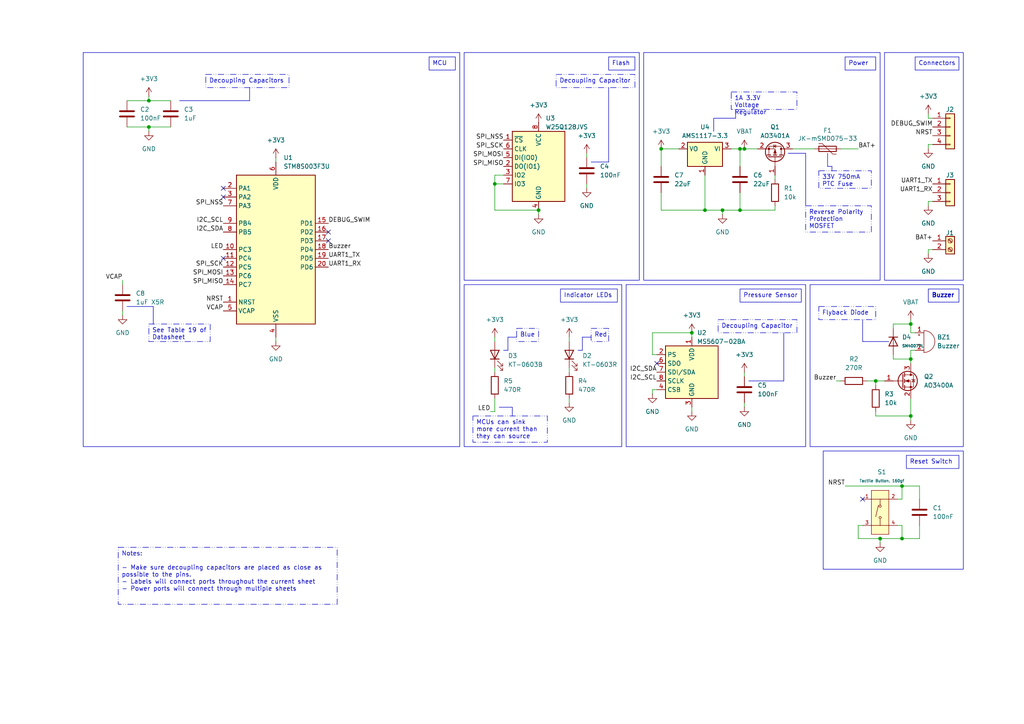
<source format=kicad_sch>
(kicad_sch (version 20231120) (generator "eeschema") (generator_version "8.0")
  (paper "A4")
  (title_block (title "Example Flight Computer") (date "2025-01-25") (rev "1.0") (company "StrathSEDS"))
  (lib_symbols
    (symbol "Connector:Screw_Terminal_01x02" (pin_names (offset 1.016) hide)
      (property "Reference" "J" (at 0 2.54 0))
      (property "Value" "Screw_Terminal_01x02" (at 0 -5.08 0))
      (symbol "Screw_Terminal_01x02_1_1"
        (rectangle (start -1.27 1.27) (end 1.27 -3.81) (stroke (width 0.254)) (fill (type background)))
        (circle (center 0 -2.54) (radius 0.635) (stroke (width 0.1524)))
        (polyline (pts (xy -0.5334 -2.2098) (xy 0.3302 -3.048)) (stroke (width 0.1524)))
        (polyline (pts (xy -0.5334 0.3302) (xy 0.3302 -0.508)) (stroke (width 0.1524)))
        (polyline (pts (xy -0.3556 -2.032) (xy 0.508 -2.8702)) (stroke (width 0.1524)))
        (polyline (pts (xy -0.3556 0.508) (xy 0.508 -0.3302)) (stroke (width 0.1524)))
        (circle (center 0 0) (radius 0.635) (stroke (width 0.1524)))
        (pin passive line (at -5.08 0 0) (length 3.81) (name "Pin_1") (number "1"))
        (pin passive line (at -5.08 -2.54 0) (length 3.81) (name "Pin_2") (number "2"))
      )
    )
    (symbol "Connector_Generic:Conn_01x03" (pin_names (offset 1.016) hide)
      (property "Reference" "J" (at 0 5.08 0))
      (property "Value" "Conn_01x03" (at 0 -5.08 0))
      (symbol "Conn_01x03_1_1"
        (rectangle (start -1.27 -2.413) (end 0 -2.667) (stroke (width 0.1524)))
        (rectangle (start -1.27 0.127) (end 0 -0.127) (stroke (width 0.1524)))
        (rectangle (start -1.27 2.667) (end 0 2.413) (stroke (width 0.1524)))
        (rectangle (start -1.27 3.81) (end 1.27 -3.81) (stroke (width 0.254)) (fill (type background)))
        (pin passive line (at -5.08 2.54 0) (length 3.81) (name "Pin_1") (number "1"))
        (pin passive line (at -5.08 0 0) (length 3.81) (name "Pin_2") (number "2"))
        (pin passive line (at -5.08 -2.54 0) (length 3.81) (name "Pin_3") (number "3"))
      )
    )
    (symbol "Connector_Generic:Conn_01x04" (pin_names (offset 1.016) hide)
      (property "Reference" "J" (at 0 5.08 0))
      (property "Value" "Conn_01x04" (at 0 -7.62 0))
      (symbol "Conn_01x04_1_1"
        (rectangle (start -1.27 -4.953) (end 0 -5.207) (stroke (width 0.1524)))
        (rectangle (start -1.27 -2.413) (end 0 -2.667) (stroke (width 0.1524)))
        (rectangle (start -1.27 0.127) (end 0 -0.127) (stroke (width 0.1524)))
        (rectangle (start -1.27 2.667) (end 0 2.413) (stroke (width 0.1524)))
        (rectangle (start -1.27 3.81) (end 1.27 -6.35) (stroke (width 0.254)) (fill (type background)))
        (pin passive line (at -5.08 2.54 0) (length 3.81) (name "Pin_1") (number "1"))
        (pin passive line (at -5.08 0 0) (length 3.81) (name "Pin_2") (number "2"))
        (pin passive line (at -5.08 -2.54 0) (length 3.81) (name "Pin_3") (number "3"))
        (pin passive line (at -5.08 -5.08 0) (length 3.81) (name "Pin_4") (number "4"))
      )
    )
    (symbol "Device:Buzzer" (pin_names (offset 0.0254) hide)
      (property "Reference" "BZ" (at 3.81 1.27 0))
      (property "Value" "Buzzer" (at 3.81 -1.27 0))
      (symbol "Buzzer_0_1"
        (arc (start 0 -3.175) (mid 3.1612 0) (end 0 3.175))
        (polyline (pts (xy -1.651 1.905) (xy -1.143 1.905)))
        (polyline (pts (xy -1.397 2.159) (xy -1.397 1.651)))
        (polyline (pts (xy 0 3.175) (xy 0 -3.175)))
      )
      (symbol "Buzzer_1_1"
        (pin passive line (at -2.54 2.54 0) (length 2.54) (name "+") (number "1"))
        (pin passive line (at -2.54 -2.54 0) (length 2.54) (name "-") (number "2"))
      )
    )
    (symbol "Device:C" (pin_numbers hide) (pin_names (offset 0.254))
      (property "Reference" "C" (at 0.635 2.54 0))
      (property "Value" "C" (at 0.635 -2.54 0))
      (symbol "C_0_1"
        (polyline (pts (xy -2.032 -0.762) (xy 2.032 -0.762)) (stroke (width 0.508)))
        (polyline (pts (xy -2.032 0.762) (xy 2.032 0.762)) (stroke (width 0.508)))
      )
      (symbol "C_1_1"
        (pin passive line (at 0 3.81 270) (length 2.794) (name "~") (number "1"))
        (pin passive line (at 0 -3.81 90) (length 2.794) (name "~") (number "2"))
      )
    )
    (symbol "Device:LED" (pin_numbers hide) (pin_names (offset 1.016) hide)
      (property "Reference" "D" (at 0 2.54 0))
      (property "Value" "LED" (at 0 -2.54 0))
      (symbol "LED_0_1"
        (polyline (pts (xy -1.27 -1.27) (xy -1.27 1.27)) (stroke (width 0.254)))
        (polyline (pts (xy -1.27 0) (xy 1.27 0)))
        (polyline (pts (xy 1.27 -1.27) (xy 1.27 1.27) (xy -1.27 0) (xy 1.27 -1.27)) (stroke (width 0.254)))
        (polyline (pts (xy -3.048 -0.762) (xy -4.572 -2.286) (xy -3.81 -2.286) (xy -4.572 -2.286) (xy -4.572 -1.524)))
        (polyline (pts (xy -1.778 -0.762) (xy -3.302 -2.286) (xy -2.54 -2.286) (xy -3.302 -2.286) (xy -3.302 -1.524)))
      )
      (symbol "LED_1_1"
        (pin passive line (at -3.81 0 0) (length 2.54) (name "K") (number "1"))
        (pin passive line (at 3.81 0 180) (length 2.54) (name "A") (number "2"))
      )
    )
    (symbol "Device:Polyfuse" (pin_numbers hide) (pin_names (offset 0))
      (property "Reference" "F" (at -2.54 0 90))
      (property "Value" "Polyfuse" (at 2.54 0 90))
      (symbol "Polyfuse_0_1"
        (rectangle (start -0.762 2.54) (end 0.762 -2.54) (stroke (width 0.254)))
        (polyline (pts (xy 0 2.54) (xy 0 -2.54)))
        (polyline (pts (xy -1.524 2.54) (xy -1.524 1.524) (xy 1.524 -1.524) (xy 1.524 -2.54)))
      )
      (symbol "Polyfuse_1_1"
        (pin passive line (at 0 3.81 270) (length 1.27) (name "~") (number "1"))
        (pin passive line (at 0 -3.81 90) (length 1.27) (name "~") (number "2"))
      )
    )
    (symbol "Device:R" (pin_numbers hide) (pin_names (offset 0))
      (property "Reference" "R" (at 2.032 0 90))
      (property "Value" "R" (at 0 0 90))
      (symbol "R_0_1"
        (rectangle (start -1.016 -2.54) (end 1.016 2.54) (stroke (width 0.254)))
      )
      (symbol "R_1_1"
        (pin passive line (at 0 3.81 270) (length 1.27) (name "~") (number "1"))
        (pin passive line (at 0 -3.81 90) (length 1.27) (name "~") (number "2"))
      )
    )
    (symbol "MCU_ST_STM8:STM8S003F3U"
      (property "Reference" "U" (at 1.27 25.4 0))
      (property "Value" "STM8S003F3U" (at 1.27 22.86 0))
      (symbol "STM8S003F3U_0_1"
        (rectangle (start -11.43 21.59) (end 11.43 -21.59) (stroke (width 0.254)) (fill (type background)))
      )
      (symbol "STM8S003F3U_1_1"
        (pin input line (at -15.24 -15.24 0) (length 3.81) (name "NRST") (number "1"))
        (pin bidirectional line (at -15.24 0 0) (length 3.81) (name "PC3") (number "10"))
        (pin bidirectional line (at -15.24 -2.54 0) (length 3.81) (name "PC4") (number "11"))
        (pin bidirectional line (at -15.24 -5.08 0) (length 3.81) (name "PC5") (number "12"))
        (pin bidirectional line (at -15.24 -7.62 0) (length 3.81) (name "PC6") (number "13"))
        (pin bidirectional line (at -15.24 -10.16 0) (length 3.81) (name "PC7") (number "14"))
        (pin bidirectional line (at 15.24 7.62 180) (length 3.81) (name "PD1") (number "15"))
        (pin bidirectional line (at 15.24 5.08 180) (length 3.81) (name "PD2") (number "16"))
        (pin bidirectional line (at 15.24 2.54 180) (length 3.81) (name "PD3") (number "17"))
        (pin bidirectional line (at 15.24 0 180) (length 3.81) (name "PD4") (number "18"))
        (pin bidirectional line (at 15.24 -2.54 180) (length 3.81) (name "PD5") (number "19"))
        (pin bidirectional line (at -15.24 17.78 0) (length 3.81) (name "PA1") (number "2"))
        (pin bidirectional line (at 15.24 -5.08 180) (length 3.81) (name "PD6") (number "20"))
        (pin bidirectional line (at -15.24 15.24 0) (length 3.81) (name "PA2") (number "3"))
        (pin power_in line (at 0 -25.4 90) (length 3.81) (name "VSS") (number "4"))
        (pin passive line (at -15.24 -17.78 0) (length 3.81) (name "VCAP") (number "5"))
        (pin power_in line (at 0 25.4 270) (length 3.81) (name "VDD") (number "6"))
        (pin bidirectional line (at -15.24 12.7 0) (length 3.81) (name "PA3") (number "7"))
        (pin bidirectional line (at -15.24 5.08 0) (length 3.81) (name "PB5") (number "8"))
        (pin bidirectional line (at -15.24 7.62 0) (length 3.81) (name "PB4") (number "9"))
      )
    )
    (symbol "Memory_Flash:W25Q128JVS"
      (property "Reference" "U" (at -6.35 11.43 0))
      (property "Value" "W25Q128JVS" (at 7.62 11.43 0))
      (symbol "W25Q128JVS_0_1"
        (rectangle (start -7.62 10.16) (end 7.62 -10.16) (stroke (width 0.254)) (fill (type background)))
      )
      (symbol "W25Q128JVS_1_1"
        (pin input line (at -10.16 7.62 0) (length 2.54) (name "~{CS}") (number "1"))
        (pin bidirectional line (at -10.16 0 0) (length 2.54) (name "DO(IO1)") (number "2"))
        (pin bidirectional line (at -10.16 -2.54 0) (length 2.54) (name "IO2") (number "3"))
        (pin power_in line (at 0 -12.7 90) (length 2.54) (name "GND") (number "4"))
        (pin bidirectional line (at -10.16 2.54 0) (length 2.54) (name "DI(IO0)") (number "5"))
        (pin input line (at -10.16 5.08 0) (length 2.54) (name "CLK") (number "6"))
        (pin bidirectional line (at -10.16 -5.08 0) (length 2.54) (name "IO3") (number "7"))
        (pin power_in line (at 0 12.7 270) (length 2.54) (name "VCC") (number "8"))
      )
    )
    (symbol "PCM_JLCPCB-Connectors_Buttons:Tactile Button, 160gf" (pin_names hide)
      (property "Reference" "S" (at 0 1.27 0))
      (property "Value" "Tactile Button, 160gf" (at 0 -8.89 0))
      (symbol "Tactile Button, 160gf_0_1"
        (circle (center 0 -2.794) (radius 0.3175) (fill (type background)))
        (polyline (pts (xy -2.54 -5.08) (xy 2.54 -5.08)))
        (polyline (pts (xy -2.54 2.54) (xy 2.54 2.54)))
        (polyline (pts (xy -0.508 0.762) (xy -1.27 -2.54)))
        (polyline (pts (xy 0 -3.302) (xy 0 -5.08)))
        (polyline (pts (xy 0 0.762) (xy 0 2.54)))
        (circle (center 0 0.508) (radius 0.3175) (fill (type background)))
        (pin unspecified line (at -5.08 2.54 0) (length 2.54) (name "A") (number "1"))
        (pin unspecified line (at 5.08 2.54 180) (length 2.54) (name "B") (number "2"))
        (pin unspecified line (at -5.08 -5.08 0) (length 2.54) (name "C") (number "3"))
        (pin unspecified line (at 5.08 -5.08 180) (length 2.54) (name "D") (number "4"))
      )
      (symbol "Tactile Button, 160gf_1_1"
        (rectangle (start -2.54 5.08) (end 2.54 -7.62) (fill (type background)))
      )
    )
    (symbol "PCM_JLCPCB-Diodes:General,SM4007PL" (pin_numbers hide) (pin_names (offset 0))
      (property "Reference" "D" (at 2.032 0.834 0))
      (property "Value" "SM4007PL" (at 2.032 -1.2122 0))
      (symbol "General,SM4007PL_0_1"
        (polyline (pts (xy -1.27 -1.27) (xy 1.27 -1.27)) (stroke (width 0.254)))
        (polyline (pts (xy -1.27 1.27) (xy 0 -1.27) (xy 1.27 1.27) (xy -1.27 1.27)) (stroke (width 0.254)))
      )
      (symbol "General,SM4007PL_1_1"
        (pin passive line (at 0 -3.81 90) (length 3.81) (name "~") (number "1"))
        (pin passive line (at 0 3.81 270) (length 3.81) (name "~") (number "2"))
      )
    )
    (symbol "Regulator_Linear:AMS1117-3.3"
      (property "Reference" "U" (at -3.81 3.175 0))
      (property "Value" "AMS1117-3.3" (at 0 3.175 0))
      (symbol "AMS1117-3.3_0_1"
        (rectangle (start -5.08 -5.08) (end 5.08 1.905) (stroke (width 0.254)) (fill (type background)))
      )
      (symbol "AMS1117-3.3_1_1"
        (pin power_in line (at 0 -7.62 90) (length 2.54) (name "GND") (number "1"))
        (pin power_out line (at 7.62 0 180) (length 2.54) (name "VO") (number "2"))
        (pin power_in line (at -7.62 0 0) (length 2.54) (name "VI") (number "3"))
      )
    )
    (symbol "Sensor_Pressure:MS5607-02BA"
      (property "Reference" "U" (at -6.35 8.89 0))
      (property "Value" "MS5607-02BA" (at 7.62 8.89 0))
      (symbol "MS5607-02BA_0_1"
        (rectangle (start -7.62 7.62) (end 7.62 -7.62) (stroke (width 0.254)) (fill (type background)))
      )
      (symbol "MS5607-02BA_1_1"
        (pin power_in line (at 0 10.16 270) (length 2.54) (name "VDD") (number "1"))
        (pin input line (at -10.16 5.08 0) (length 2.54) (name "PS") (number "2"))
        (pin power_in line (at 0 -10.16 90) (length 2.54) (name "GND") (number "3"))
        (pin input line (at -10.16 -5.08 0) (length 2.54) (name "CSB") (number "4"))
        (pin input line (at -10.16 -5.08 0) (length 2.54) hide (name "CSB") (number "5"))
        (pin output line (at -10.16 2.54 0) (length 2.54) (name "SDO") (number "6"))
        (pin bidirectional line (at -10.16 0 0) (length 2.54) (name "SDI/SDA") (number "7"))
        (pin input line (at -10.16 -2.54 0) (length 2.54) (name "SCLK") (number "8"))
      )
    )
    (symbol "Transistor_FET:AO3400A" (pin_names hide)
      (property "Reference" "Q" (at 5.08 1.905 0))
      (property "Value" "AO3400A" (at 5.08 0 0))
      (symbol "AO3400A_0_1"
        (polyline (pts (xy 0.254 0) (xy -2.54 0)))
        (polyline (pts (xy 0.254 1.905) (xy 0.254 -1.905)) (stroke (width 0.254)))
        (polyline (pts (xy 0.762 -1.27) (xy 0.762 -2.286)) (stroke (width 0.254)))
        (polyline (pts (xy 0.762 0.508) (xy 0.762 -0.508)) (stroke (width 0.254)))
        (polyline (pts (xy 0.762 2.286) (xy 0.762 1.27)) (stroke (width 0.254)))
        (polyline (pts (xy 2.54 2.54) (xy 2.54 1.778)))
        (polyline (pts (xy 2.54 -2.54) (xy 2.54 0) (xy 0.762 0)))
        (polyline (pts (xy 0.762 -1.778) (xy 3.302 -1.778) (xy 3.302 1.778) (xy 0.762 1.778)))
        (polyline (pts (xy 1.016 0) (xy 2.032 0.381) (xy 2.032 -0.381) (xy 1.016 0)) (fill (type outline)))
        (polyline (pts (xy 2.794 0.508) (xy 2.921 0.381) (xy 3.683 0.381) (xy 3.81 0.254)))
        (polyline (pts (xy 3.302 0.381) (xy 2.921 -0.254) (xy 3.683 -0.254) (xy 3.302 0.381)))
        (circle (center 1.651 0) (radius 2.794) (stroke (width 0.254)))
        (circle (center 2.54 -1.778) (radius 0.254) (fill (type outline)))
        (circle (center 2.54 1.778) (radius 0.254) (fill (type outline)))
      )
      (symbol "AO3400A_1_1"
        (pin input line (at -5.08 0 0) (length 2.54) (name "G") (number "1"))
        (pin passive line (at 2.54 -5.08 90) (length 2.54) (name "S") (number "2"))
        (pin passive line (at 2.54 5.08 270) (length 2.54) (name "D") (number "3"))
      )
    )
    (symbol "Transistor_FET:AO3401A" (pin_names hide)
      (property "Reference" "Q" (at 5.08 1.905 0))
      (property "Value" "AO3401A" (at 5.08 0 0))
      (symbol "AO3401A_0_1"
        (polyline (pts (xy 0.254 0) (xy -2.54 0)))
        (polyline (pts (xy 0.254 1.905) (xy 0.254 -1.905)) (stroke (width 0.254)))
        (polyline (pts (xy 0.762 -1.27) (xy 0.762 -2.286)) (stroke (width 0.254)))
        (polyline (pts (xy 0.762 0.508) (xy 0.762 -0.508)) (stroke (width 0.254)))
        (polyline (pts (xy 0.762 2.286) (xy 0.762 1.27)) (stroke (width 0.254)))
        (polyline (pts (xy 2.54 2.54) (xy 2.54 1.778)))
        (polyline (pts (xy 2.54 -2.54) (xy 2.54 0) (xy 0.762 0)))
        (polyline (pts (xy 0.762 1.778) (xy 3.302 1.778) (xy 3.302 -1.778) (xy 0.762 -1.778)))
        (polyline (pts (xy 2.286 0) (xy 1.27 0.381) (xy 1.27 -0.381) (xy 2.286 0)) (fill (type outline)))
        (polyline (pts (xy 2.794 -0.508) (xy 2.921 -0.381) (xy 3.683 -0.381) (xy 3.81 -0.254)))
        (polyline (pts (xy 3.302 -0.381) (xy 2.921 0.254) (xy 3.683 0.254) (xy 3.302 -0.381)))
        (circle (center 1.651 0) (radius 2.794) (stroke (width 0.254)))
        (circle (center 2.54 -1.778) (radius 0.254) (fill (type outline)))
        (circle (center 2.54 1.778) (radius 0.254) (fill (type outline)))
      )
      (symbol "AO3401A_1_1"
        (pin input line (at -5.08 0 0) (length 2.54) (name "G") (number "1"))
        (pin passive line (at 2.54 -5.08 90) (length 2.54) (name "S") (number "2"))
        (pin passive line (at 2.54 5.08 270) (length 2.54) (name "D") (number "3"))
      )
    )
    (symbol "power:+3V3" (power) (pin_numbers hide) (pin_names (offset 0) hide)
      (property "Value" "+3V3" (at 0 3.556 0))
      (symbol "+3V3_0_1"
        (polyline (pts (xy -0.762 1.27) (xy 0 2.54)))
        (polyline (pts (xy 0 0) (xy 0 2.54)))
        (polyline (pts (xy 0 2.54) (xy 0.762 1.27)))
      )
      (symbol "+3V3_1_1"
        (pin power_in line (at 0 0 90) (length 0) (name "~") (number "1"))
      )
    )
    (symbol "power:GND" (power) (pin_numbers hide) (pin_names (offset 0) hide)
      (property "Value" "GND" (at 0 -3.81 0))
      (symbol "GND_0_1"
        (polyline (pts (xy 0 0) (xy 0 -1.27) (xy 1.27 -1.27) (xy 0 -2.54) (xy -1.27 -1.27) (xy 0 -1.27)))
      )
      (symbol "GND_1_1"
        (pin power_in line (at 0 0 270) (length 0) (name "~") (number "1"))
      )
    )
    (symbol "power:VCC" (power) (pin_numbers hide) (pin_names (offset 0) hide)
      (property "Value" "VCC" (at 0 3.556 0))
      (symbol "VCC_0_1"
        (polyline (pts (xy -0.762 1.27) (xy 0 2.54)))
        (polyline (pts (xy 0 0) (xy 0 2.54)))
        (polyline (pts (xy 0 2.54) (xy 0.762 1.27)))
      )
      (symbol "VCC_1_1"
        (pin power_in line (at 0 0 90) (length 0) (name "~") (number "1"))
      )
    )
  )
  (junction (at 43.18 36.83))
  (junction (at 255.27 156.21))
  (junction (at 214.63 60.96))
  (junction (at 264.16 104.14))
  (junction (at 204.47 60.96))
  (junction (at 200.66 96.52))
  (junction (at 261.62 156.21))
  (junction (at 191.77 43.18))
  (junction (at 261.62 140.97))
  (junction (at 209.55 60.96))
  (junction (at 264.16 120.65))
  (junction (at 264.16 93.98))
  (junction (at 215.9 43.18))
  (junction (at 214.63 43.18))
  (junction (at 156.21 60.96))
  (junction (at 143.51 53.34))
  (junction (at 254 110.49))
  (junction (at 43.18 29.21))
  (no_connect (at 95.25 67.31))
  (no_connect (at 190.5 105.41))
  (no_connect (at 64.77 57.15))
  (no_connect (at 64.77 74.93))
  (no_connect (at 64.77 54.61))
  (no_connect (at 95.25 69.85))
  (no_connect (at 250.19 144.78))
  (wire (pts (xy 36.83 36.83) (xy 43.18 36.83)))
  (wire (pts (xy 242.57 110.49) (xy 243.84 110.49)))
  (wire (pts (xy 35.56 91.44) (xy 35.56 90.17)))
  (polyline (pts (xy 207.01 34.29) (xy 207.01 38.1)))
  (wire (pts (xy 261.62 144.78) (xy 261.62 140.97)))
  (wire (pts (xy 43.18 29.21) (xy 49.53 29.21)))
  (polyline (pts (xy 149.86 97.79) (xy 147.32 97.79)))
  (wire (pts (xy 143.51 119.38) (xy 142.24 119.38)))
  (wire (pts (xy 143.51 115.57) (xy 143.51 119.38)))
  (wire (pts (xy 269.24 34.29) (xy 269.24 33.02)))
  (wire (pts (xy 255.27 156.21) (xy 261.62 156.21)))
  (wire (pts (xy 190.5 113.03) (xy 189.23 113.03)))
  (wire (pts (xy 43.18 36.83) (xy 43.18 38.1)))
  (wire (pts (xy 209.55 62.23) (xy 209.55 60.96)))
  (wire (pts (xy 270.51 58.42) (xy 269.24 58.42)))
  (polyline (pts (xy 171.45 97.79) (xy 168.91 97.79)))
  (wire (pts (xy 261.62 156.21) (xy 266.7 156.21)))
  (polyline (pts (xy 176.53 25.4) (xy 176.53 46.99)))
  (wire (pts (xy 248.92 152.4) (xy 250.19 152.4)))
  (polyline (pts (xy 52.07 29.21) (xy 72.39 29.21)))
  (wire (pts (xy 36.83 29.21) (xy 43.18 29.21)))
  (polyline (pts (xy 213.36 31.75) (xy 213.36 34.29)))
  (wire (pts (xy 261.62 156.21) (xy 261.62 152.4)))
  (polyline (pts (xy 147.32 97.79) (xy 147.32 101.6)))
  (wire (pts (xy 196.85 43.18) (xy 191.77 43.18)))
  (wire (pts (xy 245.11 140.97) (xy 261.62 140.97)))
  (wire (pts (xy 255.27 156.21) (xy 255.27 157.48)))
  (wire (pts (xy 191.77 55.88) (xy 191.77 60.96)))
  (wire (pts (xy 269.24 73.66) (xy 269.24 72.39)))
  (wire (pts (xy 143.51 60.96) (xy 156.21 60.96)))
  (wire (pts (xy 165.1 97.79) (xy 165.1 99.06)))
  (wire (pts (xy 215.9 107.95) (xy 215.9 109.22)))
  (wire (pts (xy 146.05 53.34) (xy 143.51 53.34)))
  (wire (pts (xy 248.92 152.4) (xy 248.92 156.21)))
  (wire (pts (xy 259.08 93.98) (xy 259.08 95.25)))
  (wire (pts (xy 264.16 96.52) (xy 265.43 96.52)))
  (wire (pts (xy 189.23 102.87) (xy 189.23 96.52)))
  (wire (pts (xy 191.77 43.18) (xy 191.77 48.26)))
  (polyline (pts (xy 228.6 44.45) (xy 233.68 44.45)))
  (wire (pts (xy 261.62 140.97) (xy 266.7 140.97)))
  (wire (pts (xy 270.51 34.29) (xy 269.24 34.29)))
  (polyline (pts (xy 146.05 101.6) (xy 147.32 101.6)))
  (polyline (pts (xy 241.3 48.26) (xy 241.3 49.53)))
  (wire (pts (xy 143.51 50.8) (xy 143.51 53.34)))
  (wire (pts (xy 80.01 97.79) (xy 80.01 99.06)))
  (wire (pts (xy 143.51 97.79) (xy 143.51 99.06)))
  (wire (pts (xy 224.79 50.8) (xy 224.79 52.07)))
  (polyline (pts (xy 168.91 97.79) (xy 168.91 101.6)))
  (wire (pts (xy 269.24 58.42) (xy 269.24 59.69)))
  (polyline (pts (xy 148.59 118.11) (xy 148.59 120.65)))
  (polyline (pts (xy 72.39 25.4) (xy 72.39 29.21)))
  (wire (pts (xy 214.63 60.96) (xy 224.79 60.96)))
  (wire (pts (xy 80.01 45.72) (xy 80.01 46.99)))
  (wire (pts (xy 190.5 102.87) (xy 189.23 102.87)))
  (wire (pts (xy 165.1 115.57) (xy 165.1 116.84)))
  (wire (pts (xy 261.62 144.78) (xy 260.35 144.78)))
  (polyline (pts (xy 233.68 44.45) (xy 233.68 59.69)))
  (wire (pts (xy 43.18 27.94) (xy 43.18 29.21)))
  (wire (pts (xy 143.51 53.34) (xy 143.51 60.96)))
  (wire (pts (xy 264.16 92.71) (xy 264.16 93.98)))
  (wire (pts (xy 191.77 60.96) (xy 204.47 60.96)))
  (wire (pts (xy 170.18 53.34) (xy 170.18 54.61)))
  (polyline (pts (xy 250.19 92.71) (xy 250.19 99.06)))
  (polyline (pts (xy 36.83 88.9) (xy 44.45 88.9)))
  (wire (pts (xy 254 119.38) (xy 254 120.65)))
  (wire (pts (xy 215.9 116.84) (xy 215.9 118.11)))
  (wire (pts (xy 214.63 48.26) (xy 214.63 43.18)))
  (wire (pts (xy 146.05 50.8) (xy 143.51 50.8)))
  (wire (pts (xy 265.43 101.6) (xy 264.16 101.6)))
  (wire (pts (xy 215.9 43.18) (xy 219.71 43.18)))
  (wire (pts (xy 156.21 60.96) (xy 156.21 62.23)))
  (wire (pts (xy 229.87 43.18) (xy 236.22 43.18)))
  (wire (pts (xy 224.79 60.96) (xy 224.79 59.69)))
  (wire (pts (xy 269.24 72.39) (xy 270.51 72.39)))
  (wire (pts (xy 212.09 43.18) (xy 214.63 43.18)))
  (wire (pts (xy 264.16 120.65) (xy 264.16 121.92)))
  (wire (pts (xy 43.18 36.83) (xy 49.53 36.83)))
  (wire (pts (xy 189.23 96.52) (xy 200.66 96.52)))
  (wire (pts (xy 165.1 106.68) (xy 165.1 107.95)))
  (wire (pts (xy 264.16 104.14) (xy 264.16 105.41)))
  (wire (pts (xy 266.7 140.97) (xy 266.7 144.78)))
  (polyline (pts (xy 213.36 34.29) (xy 207.01 34.29)))
  (wire (pts (xy 261.62 152.4) (xy 260.35 152.4)))
  (wire (pts (xy 254 120.65) (xy 264.16 120.65)))
  (wire (pts (xy 209.55 60.96) (xy 214.63 60.96)))
  (polyline (pts (xy 250.19 99.06) (xy 257.81 99.06)))
  (wire (pts (xy 254 110.49) (xy 254 111.76)))
  (wire (pts (xy 259.08 104.14) (xy 259.08 102.87)))
  (wire (pts (xy 259.08 93.98) (xy 264.16 93.98)))
  (wire (pts (xy 269.24 41.91) (xy 269.24 43.18)))
  (wire (pts (xy 204.47 60.96) (xy 209.55 60.96)))
  (wire (pts (xy 189.23 113.03) (xy 189.23 114.3)))
  (polyline (pts (xy 217.17 110.49) (xy 227.33 110.49)))
  (wire (pts (xy 251.46 110.49) (xy 254 110.49)))
  (wire (pts (xy 266.7 156.21) (xy 266.7 152.4)))
  (wire (pts (xy 264.16 93.98) (xy 264.16 96.52)))
  (wire (pts (xy 270.51 41.91) (xy 269.24 41.91)))
  (wire (pts (xy 248.92 156.21) (xy 255.27 156.21)))
  (wire (pts (xy 170.18 44.45) (xy 170.18 45.72)))
  (polyline (pts (xy 240.03 44.45) (xy 240.03 48.26)))
  (wire (pts (xy 243.84 43.18) (xy 248.92 43.18)))
  (polyline (pts (xy 227.33 96.52) (xy 227.33 110.49)))
  (polyline (pts (xy 44.45 93.98) (xy 44.45 88.9)))
  (wire (pts (xy 264.16 115.57) (xy 264.16 120.65)))
  (wire (pts (xy 264.16 101.6) (xy 264.16 104.14)))
  (wire (pts (xy 35.56 81.28) (xy 35.56 82.55)))
  (polyline (pts (xy 144.78 118.11) (xy 148.59 118.11)))
  (polyline (pts (xy 240.03 48.26) (xy 241.3 48.26)))
  (wire (pts (xy 259.08 104.14) (xy 264.16 104.14)))
  (polyline (pts (xy 167.64 101.6) (xy 168.91 101.6)))
  (wire (pts (xy 254 110.49) (xy 256.54 110.49)))
  (wire (pts (xy 214.63 43.18) (xy 215.9 43.18)))
  (wire (pts (xy 200.66 119.38) (xy 200.66 118.11)))
  (wire (pts (xy 204.47 50.8) (xy 204.47 60.96)))
  (wire (pts (xy 214.63 55.88) (xy 214.63 60.96)))
  (polyline (pts (xy 171.45 46.99) (xy 176.53 46.99)))
  (wire (pts (xy 143.51 106.68) (xy 143.51 107.95)))
  (wire (pts (xy 200.66 96.52) (xy 200.66 97.79)))
  (rectangle (start 181.61 82.55) (end 233.68 129.54))
  (rectangle (start 234.95 82.55) (end 279.4 129.54))
  (rectangle (start 24.13 15.24) (end 133.35 129.54))
  (rectangle (start 134.62 82.55) (end 180.34 129.54))
  (rectangle (start 238.76 130.81) (end 279.4 165.1))
  (rectangle (start 256.54 15.24) (end 279.4 81.28))
  (rectangle (start 134.62 15.24) (end 185.42 81.28))
  (rectangle (start 186.69 15.24) (end 255.27 81.28))
  (text_box "MCUs can sink more current than they can source" (at 137.16 120.65 0) (size 21.59 7.62) (stroke (width 0) (type dash_dot_dot)) (effects (font (size 1.27 1.27)) (justify left top)))
  (text_box "Decoupling Capacitors" (at 59.69 21.59 0) (size 24.13 3.81) (stroke (width 0) (type dash_dot_dot)) (effects (font (size 1.27 1.27)) (justify left top)))
  (text_box "1A 3.3V\nVoltage Regulator\n" (at 212.09 26.67 0) (size 19.05 5.08) (stroke (width 0) (type dash_dot_dot)) (effects (font (size 1.27 1.27)) (justify left top)))
  (text_box "Reset Switch" (at 262.89 132.08 0) (size 15.24 3.81) (effects (font (size 1.27 1.27)) (justify left top)))
  (text_box "Indicator LEDs" (at 162.56 83.82 0) (size 16.51 3.81) (effects (font (size 1.27 1.27)) (justify left top)))
  (text_box "Reverse Polarity Protection MOSFET\n\n" (at 233.68 59.69 0) (size 19.05 7.62) (stroke (width 0) (type dash_dot_dot)) (effects (font (size 1.27 1.27)) (justify left top)))
  (text_box "Buzzer\n" (at 269.24 83.82 0) (size 8.89 3.81) (effects (font (size 1.27 1.27) (thickness 0.254) (bold yes)) (justify left top)))
  (text_box "Notes:\n\n- Make sure decoupling capacitors are placed as close as possible to the pins.\n- Labels will connect ports throughout the current sheet\n- Power ports will connect through multiple sheets" (at 34.29 158.75 0) (size 63.5 16.51) (stroke (width 0) (type dash_dot_dot)) (effects (font (size 1.27 1.27)) (justify left top)))
  (text_box "See Table 19 of Datasheet" (at 43.18 93.98 0) (size 17.78 5.08) (stroke (width 0) (type dash_dot_dot)) (effects (font (size 1.27 1.27)) (justify left top)))
  (text_box "Power\n" (at 245.11 16.51 0) (size 8.89 3.81) (effects (font (size 1.27 1.27)) (justify left top)))
  (text_box "Connectors\n\n" (at 265.43 16.51 0) (size 12.7 3.81) (effects (font (size 1.27 1.27)) (justify left top)))
  (text_box "33V 750mA\nPTC Fuse\n" (at 237.49 49.53 0) (size 15.24 5.08) (stroke (width 0) (type dash_dot_dot)) (effects (font (size 1.27 1.27)) (justify left top)))
  (text_box "Blue\n" (at 149.86 95.25 0) (size 6.35 3.81) (stroke (width 0) (type dash_dot_dot)) (effects (font (size 1.27 1.27)) (justify left top)))
  (text_box "MCU\n" (at 124.46 16.51 0) (size 7.62 3.81) (effects (font (size 1.27 1.27)) (justify left top)))
  (text_box "Flash\n" (at 176.53 16.51 0) (size 7.62 3.81) (effects (font (size 1.27 1.27)) (justify left top)))
  (text_box "Decoupling Capacitor" (at 208.28 92.71 0) (size 22.86 3.81) (stroke (width 0) (type dash_dot_dot)) (effects (font (size 1.27 1.27)) (justify left top)))
  (text_box "Pressure Sensor\n" (at 214.63 83.82 0) (size 17.78 3.81) (effects (font (size 1.27 1.27)) (justify left top)))
  (text_box "Decoupling Capacitor" (at 161.29 21.59 0) (size 22.86 3.81) (stroke (width 0) (type dash_dot_dot)) (effects (font (size 1.27 1.27)) (justify left top)))
  (text_box "Flyback Diode\n" (at 237.49 88.9 0) (size 16.51 3.81) (stroke (width 0) (type dash_dot_dot)) (effects (font (size 1.27 1.27)) (justify left top)))
  (text_box "Red\n" (at 171.45 95.25 0) (size 5.08 3.81) (stroke (width 0) (type dash_dot_dot)) (effects (font (size 1.27 1.27)) (justify left top)))
  (label "SPI_NSS" (at 64.77 59.69 180))
  (label "LED" (at 64.77 72.39 180))
  (label "I2C_SCL" (at 190.5 110.49 180))
  (label "I2C_SDA" (at 190.5 107.95 180))
  (label "VCAP" (at 64.77 90.17 180))
  (label "DEBUG_SWIM" (at 270.51 36.83 180))
  (label "SPI_NSS" (at 146.05 40.64 180))
  (label "SPI_MISO" (at 64.77 82.55 180))
  (label "LED" (at 142.24 119.38 180))
  (label "Buzzer" (at 95.25 72.39 0))
  (label "BAT+" (at 248.92 43.18 0))
  (label "UART1_TX" (at 95.25 74.93 0))
  (label "SPI_SCK" (at 146.05 43.18 180))
  (label "UART1_TX" (at 270.51 53.34 180))
  (label "I2C_SCL" (at 64.77 64.77 180))
  (label "SPI_MISO" (at 146.05 48.26 180))
  (label "NRST" (at 245.11 140.97 180))
  (label "SPI_MOSI" (at 64.77 80.01 180))
  (label "Buzzer" (at 242.57 110.49 180))
  (label "I2C_SDA" (at 64.77 67.31 180))
  (label "UART1_RX" (at 270.51 55.88 180))
  (label "BAT+" (at 270.51 69.85 180))
  (label "VCAP" (at 35.56 81.28 180))
  (label "NRST" (at 64.77 87.63 180))
  (label "SPI_MOSI" (at 146.05 45.72 180))
  (label "NRST" (at 270.51 39.37 180))
  (label "DEBUG_SWIM" (at 95.25 64.77 0))
  (label "UART1_RX" (at 95.25 77.47 0))
  (label "SPI_SCK" (at 64.77 77.47 180))
  (symbol (lib_id "power:GND") (at 269.24 59.69 0) (mirror y) (unit 1)
    (property "Reference" "#PWR011" (effects (hide yes)))
    (property "Value" "GND" (at 269.24 64.77 0))
    (property "Description" "Power symbol creates a global label with name \"GND\" , ground" (effects (hide yes)))
  )
  (symbol (lib_id "Device:R") (at 254 115.57 180) (unit 1)
    (property "Reference" "R3" (at 256.54 114.2999 0) (effects (justify right)))
    (property "Value" "10k" (at 256.54 116.8399 0) (effects (justify right)))
    (property "Footprint" "Resistor_SMD:R_0603_1608Metric" (effects (hide yes)))
    (property "Description" "Resistor" (effects (hide yes)))
  )
  (symbol (lib_id "Transistor_FET:AO3400A") (at 261.62 110.49 0) (unit 1)
    (property "Reference" "Q2" (at 267.97 109.2199 0) (effects (justify left)))
    (property "Value" "AO3400A" (at 267.97 111.7599 0) (effects (justify left)))
    (property "Footprint" "Package_TO_SOT_SMD:SOT-23" (effects (hide yes)))
    (property "Datasheet" "http://www.aosmd.com/pdfs/datasheet/AO3400A.pdf" (effects (hide yes)))
    (property "Description" "30V Vds, 5.7A Id, N-Channel MOSFET, SOT-23" (effects (hide yes)))
  )
  (symbol (lib_id "PCM_JLCPCB-Diodes:General,SM4007PL") (at 259.08 99.06 180) (unit 1)
    (property "Reference" "D4" (at 261.62 97.7899 0) (effects (justify right)))
    (property "Value" "SM4007PL" (at 261.62 100.33 0) (effects (font (size 0.8 0.8)) (justify right)))
    (property "Footprint" "PCM_JLCPCB:D_SOD-123FL" (effects (hide yes)))
    (property "Datasheet" "https://www.lcsc.com/datasheet/lcsc_datasheet_2407101127_MDD-Microdiode-Semiconductor-SM4007PL_C64898.pdf" (effects (hide yes)))
    (property "Description" "1A Independent Type 1kV 1.1V@1A SOD-123FL Diodes - General Purpose ROHS" (effects (hide yes)))
    (property "LCSC" "C64898" (effects (hide yes)))
    (property "Stock" "967174" (effects (hide yes)))
    (property "Price" "0.009USD" (effects (hide yes)))
    (property "Process" "SMT" (effects (hide yes)))
    (property "Minimum Qty" "20" (effects (hide yes)))
    (property "Attrition Qty" "10" (effects (hide yes)))
    (property "Class" "Basic Component" (effects (hide yes)))
    (property "Category" "Diodes,Diodes - General Purpose" (effects (hide yes)))
    (property "Manufacturer" "MDD（Microdiode Electronics）" (effects (hide yes)))
    (property "Part" "SM4007PL" (effects (hide yes)))
    (property "Rectified Current" "1A" (effects (hide yes)))
    (property "Forward Voltage (Vf@If)" "1.1V@1A" (effects (hide yes)))
    (property "Reverse Voltage (Vr)" "1kV" (effects (hide yes)))
    (property "Diode Configuration" "Independent Type" (effects (hide yes)))
    (property "Reverse Leakage Current" "10uA@1kV" (effects (hide yes)))
  )
  (symbol (lib_id "Device:R") (at 165.1 111.76 0) (unit 1)
    (property "Reference" "R4" (at 167.64 110.4899 0) (effects (justify left)))
    (property "Value" "470R" (at 167.64 113.0299 0) (effects (justify left)))
    (property "Footprint" "Resistor_SMD:R_0603_1608Metric" (effects (hide yes)))
    (property "Description" "Resistor" (effects (hide yes)))
  )
  (symbol (lib_id "Device:C") (at 191.77 52.07 0) (unit 1)
    (property "Reference" "C7" (at 195.58 50.7999 0) (effects (justify left)))
    (property "Value" "22uF" (at 195.58 53.3399 0) (effects (justify left)))
    (property "Footprint" "Capacitor_SMD:C_0603_1608Metric" (effects (hide yes)))
    (property "Description" "Unpolarized capacitor" (effects (hide yes)))
  )
  (symbol (lib_id "Connector:Screw_Terminal_01x02") (at 275.59 69.85 0) (unit 1)
    (property "Reference" "J1" (at 274.32 67.564 0) (effects (justify left)))
    (property "Value" "Screw Terminal" (effects (hide yes)))
    (property "Description" "Generic screw terminal, single row, 01x02, script generated (kicad-library-utils/schlib/autogen/connector/)" (effects (hide yes)))
  )
  (symbol (lib_id "power:GND") (at 255.27 157.48 0) (mirror y) (unit 1)
    (property "Reference" "#PWR09" (effects (hide yes)))
    (property "Value" "GND" (at 255.27 162.56 0))
    (property "Description" "Power symbol creates a global label with name \"GND\" , ground" (effects (hide yes)))
  )
  (symbol (lib_id "power:+3V3") (at 200.66 96.52 0) (unit 1)
    (property "Reference" "#PWR012" (effects (hide yes)))
    (property "Value" "+3V3" (at 200.66 91.44 0))
    (property "Description" "Power symbol creates a global label with name \"+3V3\"" (effects (hide yes)))
  )
  (symbol (lib_id "power:GND") (at 200.66 119.38 0) (unit 1)
    (property "Reference" "#PWR01" (effects (hide yes)))
    (property "Value" "GND" (at 200.66 124.46 0))
    (property "Description" "Power symbol creates a global label with name \"GND\" , ground" (effects (hide yes)))
  )
  (symbol (lib_id "power:+3V3") (at 156.21 35.56 0) (unit 1)
    (property "Reference" "#PWR014" (effects (hide yes)))
    (property "Value" "+3V3" (at 156.21 30.48 0))
    (property "Description" "Power symbol creates a global label with name \"+3V3\"" (effects (hide yes)))
  )
  (symbol (lib_id "Connector_Generic:Conn_01x03") (at 275.59 55.88 0) (unit 1)
    (property "Reference" "J3" (at 274.32 50.8 0) (effects (justify left)))
    (property "Value" "UART Header" (effects (hide yes)))
    (property "Footprint" "Connector_PinHeader_1.00mm:PinHeader_1x03_P1.00mm_Vertical" (effects (hide yes)))
    (property "Description" "Generic connector, single row, 01x03, script generated (kicad-library-utils/schlib/autogen/connector/)" (effects (hide yes)))
  )
  (symbol (lib_id "power:+3V3") (at 80.01 45.72 0) (unit 1)
    (property "Reference" "#PWR019" (effects (hide yes)))
    (property "Value" "+3V3" (at 80.01 40.64 0))
    (property "Description" "Power symbol creates a global label with name \"+3V3\"" (effects (hide yes)))
  )
  (symbol (lib_id "power:GND") (at 165.1 116.84 0) (mirror y) (unit 1)
    (property "Reference" "#PWR025" (effects (hide yes)))
    (property "Value" "GND" (at 165.1 121.92 0))
    (property "Description" "Power symbol creates a global label with name \"GND\" , ground" (effects (hide yes)))
  )
  (symbol (lib_id "Device:LED") (at 143.51 102.87 90) (unit 1)
    (property "Reference" "D3" (at 147.32 103.1874 90) (effects (justify right)))
    (property "Value" "KT-0603B" (at 147.32 105.7274 90) (effects (justify right)))
    (property "Footprint" "LED_SMD:LED_0603_1608Metric" (effects (hide yes)))
    (property "Description" "Light emitting diode" (effects (hide yes)))
  )
  (symbol (lib_id "power:GND") (at 209.55 62.23 0) (unit 1)
    (property "Reference" "#PWR06" (effects (hide yes)))
    (property "Value" "GND" (at 209.55 67.31 0))
    (property "Description" "Power symbol creates a global label with name \"GND\" , ground" (effects (hide yes)))
  )
  (symbol (lib_id "Device:C") (at 49.53 33.02 0) (unit 1)
    (property "Reference" "C3" (at 53.34 31.7499 0) (effects (justify left)))
    (property "Value" "1uF" (at 53.34 34.2899 0) (effects (justify left)))
    (property "Footprint" "Capacitor_SMD:C_0603_1608Metric" (effects (hide yes)))
    (property "Description" "Unpolarized capacitor" (effects (hide yes)))
  )
  (symbol (lib_id "power:+3V3") (at 215.9 107.95 0) (unit 1)
    (property "Reference" "#PWR017" (effects (hide yes)))
    (property "Value" "+3V3" (at 215.9 102.87 0))
    (property "Description" "Power symbol creates a global label with name \"+3V3\"" (effects (hide yes)))
  )
  (symbol (lib_id "PCM_JLCPCB-Connectors_Buttons:Tactile Button, 160gf") (at 255.27 147.32 0) (unit 1)
    (property "Reference" "S1" (at 255.778 136.906 0))
    (property "Value" "Tactile Button, 160gf" (at 255.778 139.446 0) (effects (font (size 0.8 0.8))))
    (property "Footprint" "PCM_JLCPCB:SW-SMD_4P-L5.1-W5.1-P3.70-LS6.5-TL-2" (effects (hide yes)))
    (property "Datasheet" "https://www.lcsc.com/datasheet/lcsc_datasheet_2304140030_XKB-Connection-TS-1187A-B-A-B_C318884.pdf" (effects (hide yes)))
    (property "Description" "None Without 50mA 5.1mm 100000 Times 160gf 12V 5.1mm 1.5mm Round Button Standing paste SPST SMD Tactile Switches ROHS" (effects (hide yes)))
    (property "LCSC" "C318884" (effects (hide yes)))
    (property "Stock" "273906" (effects (hide yes)))
    (property "Price" "0.025USD" (effects (hide yes)))
    (property "Process" "SMT" (effects (hide yes)))
    (property "Minimum Qty" "10" (effects (hide yes)))
    (property "Attrition Qty" "5" (effects (hide yes)))
    (property "Class" "Basic Component" (effects (hide yes)))
    (property "Category" "Switches,Tactile Switches" (effects (hide yes)))
    (property "Manufacturer" "XKB Connectivity" (effects (hide yes)))
    (property "Part" "TS-1187A-B-A-B" (effects (hide yes)))
    (property "Switch Length" "5.1mm" (effects (hide yes)))
    (property "Voltage Rating (Dc)" "12V" (effects (hide yes)))
    (property "With Lamp" "No" (effects (hide yes)))
    (property "Operating Force" "160gf" (effects (hide yes)))
    (property "Actuator/Cap Color" "Golden" (effects (hide yes)))
    (property "Mechanical Life" "100000 Times" (effects (hide yes)))
    (property "Strike Gundam" "NO" (effects (hide yes)))
    (property "Circuit" "SPST" (effects (hide yes)))
    (property "Switch Height" "1.5mm" (effects (hide yes)))
    (property "Actuator Style" "Round Button" (effects (hide yes)))
    (property "Switch Width" "5.1mm" (effects (hide yes)))
    (property "Contact Current" "50mA" (effects (hide yes)))
    (property "Operating Temperature" "-30°C~+85°C" (effects (hide yes)))
    (property "Mounting Style" "Brick nogging" (effects (hide yes)))
  )
  (symbol (lib_id "Device:R") (at 224.79 55.88 0) (unit 1)
    (property "Reference" "R1" (at 227.33 54.6099 0) (effects (justify left)))
    (property "Value" "10k" (at 227.33 57.1499 0) (effects (justify left)))
    (property "Footprint" "Resistor_SMD:R_0603_1608Metric" (effects (hide yes)))
    (property "Description" "Resistor" (effects (hide yes)))
  )
  (symbol (lib_id "power:GND") (at 80.01 99.06 0) (unit 1)
    (property "Reference" "#PWR020" (effects (hide yes)))
    (property "Value" "GND" (at 80.01 104.14 0))
    (property "Description" "Power symbol creates a global label with name \"GND\" , ground" (effects (hide yes)))
  )
  (symbol (lib_id "power:GND") (at 264.16 121.92 0) (unit 1)
    (property "Reference" "#PWR023" (effects (hide yes)))
    (property "Value" "GND" (at 264.16 127 0))
    (property "Description" "Power symbol creates a global label with name \"GND\" , ground" (effects (hide yes)))
  )
  (symbol (lib_id "Device:C") (at 266.7 148.59 0) (unit 1)
    (property "Reference" "C1" (at 270.51 147.3199 0) (effects (justify left)))
    (property "Value" "100nF" (at 270.51 149.8599 0) (effects (justify left)))
    (property "Footprint" "Capacitor_SMD:C_0603_1608Metric" (effects (hide yes)))
    (property "Description" "Unpolarized capacitor" (effects (hide yes)))
  )
  (symbol (lib_id "power:+3V3") (at 191.77 43.18 0) (mirror y) (unit 1)
    (property "Reference" "#PWR03" (effects (hide yes)))
    (property "Value" "+3V3" (at 191.77 38.1 0))
    (property "Description" "Power symbol creates a global label with name \"+3V3\"" (effects (hide yes)))
  )
  (symbol (lib_id "power:GND") (at 170.18 54.61 0) (unit 1)
    (property "Reference" "#PWR016" (effects (hide yes)))
    (property "Value" "GND" (at 170.18 59.69 0))
    (property "Description" "Power symbol creates a global label with name \"GND\" , ground" (effects (hide yes)))
  )
  (symbol (lib_id "Connector_Generic:Conn_01x04") (at 275.59 36.83 0) (unit 1)
    (property "Reference" "J2" (at 274.32 31.75 0) (effects (justify left)))
    (property "Value" "Debug Header" (effects (hide yes)))
    (property "Footprint" "Connector_PinHeader_2.54mm:PinHeader_1x04_P2.54mm_Vertical" (effects (hide yes)))
    (property "Description" "Generic connector, single row, 01x04, script generated (kicad-library-utils/schlib/autogen/connector/)" (effects (hide yes)))
  )
  (symbol (lib_id "power:+3V3") (at 170.18 44.45 0) (unit 1)
    (property "Reference" "#PWR015" (effects (hide yes)))
    (property "Value" "+3V3" (at 170.18 39.37 0))
    (property "Description" "Power symbol creates a global label with name \"+3V3\"" (effects (hide yes)))
  )
  (symbol (lib_id "Device:Buzzer") (at 267.97 99.06 0) (unit 1)
    (property "Reference" "BZ1" (at 271.78 97.7899 0) (effects (justify left)))
    (property "Value" "Buzzer" (at 271.78 100.3299 0) (effects (justify left)))
    (property "Footprint" "Buzzer_Beeper:MagneticBuzzer_Kingstate_KCG0601" (effects (hide yes)))
    (property "Description" "Buzzer, polarized" (effects (hide yes)))
  )
  (symbol (lib_id "power:VCC") (at 215.9 43.18 0) (unit 1)
    (property "Reference" "#PWR07" (effects (hide yes)))
    (property "Value" "VBAT" (at 215.9 38.1 0))
    (property "Description" "Power symbol creates a global label with name \"VCC\"" (effects (hide yes)))
  )
  (symbol (lib_id "Sensor_Pressure:MS5607-02BA") (at 200.66 107.95 0) (unit 1)
    (property "Reference" "U2" (at 202.184 96.52 0) (effects (justify left)))
    (property "Value" "MS5607-02BA" (at 202.184 99.06 0) (effects (justify left)))
    (property "Footprint" "Package_LGA:LGA-8_3x5mm_P1.25mm" (effects (hide yes)))
    (property "Datasheet" "https://www.te.com/commerce/DocumentDelivery/DDEController?Action=showdoc&DocId=Data+Sheet%7FMS5607-02BA03%7FB2%7Fpdf%7FEnglish%7FENG_DS_MS5607-02BA03_B2.pdf%7FCAT-BLPS0035" (effects (hide yes)))
    (property "Description" "Barometric pressure sensor, 20cm resolution, 10 to 1200 mbar, I2C and SPI interface up to 20MHz, LGA-8" (effects (hide yes)))
  )
  (symbol (lib_id "Device:C") (at 170.18 49.53 0) (unit 1)
    (property "Reference" "C4" (at 173.99 48.2599 0) (effects (justify left)))
    (property "Value" "100nF" (at 173.99 50.7999 0) (effects (justify left)))
    (property "Footprint" "Capacitor_SMD:C_0603_1608Metric" (effects (hide yes)))
    (property "Description" "Unpolarized capacitor" (effects (hide yes)))
  )
  (symbol (lib_id "power:VCC") (at 264.16 92.71 0) (unit 1)
    (property "Reference" "#PWR05" (effects (hide yes)))
    (property "Value" "VBAT" (at 264.16 87.63 0))
    (property "Description" "Power symbol creates a global label with name \"VCC\"" (effects (hide yes)))
  )
  (symbol (lib_id "Device:R") (at 143.51 111.76 0) (unit 1)
    (property "Reference" "R5" (at 146.05 110.4899 0) (effects (justify left)))
    (property "Value" "470R" (at 146.05 113.0299 0) (effects (justify left)))
    (property "Footprint" "Resistor_SMD:R_0603_1608Metric" (effects (hide yes)))
    (property "Description" "Resistor" (effects (hide yes)))
  )
  (symbol (lib_id "Device:C") (at 36.83 33.02 0) (unit 1)
    (property "Reference" "C2" (at 40.64 31.7499 0) (effects (justify left)))
    (property "Value" "100nF" (at 40.64 34.2899 0) (effects (justify left)))
    (property "Footprint" "Capacitor_SMD:C_0603_1608Metric" (effects (hide yes)))
    (property "Description" "Unpolarized capacitor" (effects (hide yes)))
  )
  (symbol (lib_id "MCU_ST_STM8:STM8S003F3U") (at 80.01 72.39 0) (unit 1)
    (property "Reference" "U1" (at 82.2041 45.72 0) (effects (justify left)))
    (property "Value" "STM8S003F3U" (at 82.2041 48.26 0) (effects (justify left)))
    (property "Footprint" "Package_DFN_QFN:ST_UFQFPN-20_3x3mm_P0.5mm" (effects (hide yes)))
    (property "Datasheet" "http://www.st.com/st-web-ui/static/active/en/resource/technical/document/datasheet/DM00024550.pdf" (effects (hide yes)))
    (property "Description" "16MHz, 8K Flash, 1K RAM, 128 EEPROM, USART, I²C, SPI, UFQFPN-20" (effects (hide yes)))
  )
  (symbol (lib_id "power:+3V3") (at 165.1 97.79 0) (mirror y) (unit 1)
    (property "Reference" "#PWR024" (effects (hide yes)))
    (property "Value" "+3V3" (at 165.1 92.71 0))
    (property "Description" "Power symbol creates a global label with name \"+3V3\"" (effects (hide yes)))
  )
  (symbol (lib_id "power:GND") (at 189.23 114.3 0) (unit 1)
    (property "Reference" "#PWR02" (effects (hide yes)))
    (property "Value" "GND" (at 189.23 119.38 0))
    (property "Description" "Power symbol creates a global label with name \"GND\" , ground" (effects (hide yes)))
  )
  (symbol (lib_id "Device:C") (at 215.9 113.03 0) (unit 1)
    (property "Reference" "C5" (at 219.71 111.7599 0) (effects (justify left)))
    (property "Value" "100nF" (at 219.71 114.2999 0) (effects (justify left)))
    (property "Footprint" "Capacitor_SMD:C_0603_1608Metric" (effects (hide yes)))
    (property "Description" "Unpolarized capacitor" (effects (hide yes)))
  )
  (symbol (lib_id "power:GND") (at 43.18 38.1 0) (unit 1)
    (property "Reference" "#PWR022" (effects (hide yes)))
    (property "Value" "GND" (at 43.18 43.18 0))
    (property "Description" "Power symbol creates a global label with name \"GND\" , ground" (effects (hide yes)))
  )
  (symbol (lib_id "Device:C") (at 214.63 52.07 0) (unit 1)
    (property "Reference" "C6" (at 218.44 50.7999 0) (effects (justify left)))
    (property "Value" "22uF" (at 218.44 53.3399 0) (effects (justify left)))
    (property "Footprint" "Capacitor_SMD:C_0603_1608Metric" (effects (hide yes)))
    (property "Description" "Unpolarized capacitor" (effects (hide yes)))
  )
  (symbol (lib_id "Memory_Flash:W25Q128JVS") (at 156.21 48.26 0) (unit 1)
    (property "Reference" "U3" (at 158.242 34.29 0) (effects (justify left)))
    (property "Value" "W25Q128JVS" (at 158.242 36.83 0) (effects (justify left)))
    (property "Footprint" "Package_SO:SOIC-8_5.23x5.23mm_P1.27mm" (effects (hide yes)))
    (property "Datasheet" "https://www.winbond.com/resource-files/w25q128jv_dtr%20revc%2003272018%20plus.pdf" (effects (hide yes)))
    (property "Description" "128Mb Serial Flash Memory, Standard/Dual/Quad SPI, SOIC-8" (effects (hide yes)))
  )
  (symbol (lib_id "power:GND") (at 156.21 62.23 0) (unit 1)
    (property "Reference" "#PWR04" (effects (hide yes)))
    (property "Value" "GND" (at 156.21 67.31 0))
    (property "Description" "Power symbol creates a global label with name \"GND\" , ground" (effects (hide yes)))
  )
  (symbol (lib_id "power:GND") (at 269.24 73.66 0) (unit 1)
    (property "Reference" "#PWR08" (effects (hide yes)))
    (property "Value" "GND" (at 269.24 78.74 0))
    (property "Description" "Power symbol creates a global label with name \"GND\" , ground" (effects (hide yes)))
  )
  (symbol (lib_id "power:+3V3") (at 43.18 27.94 0) (unit 1)
    (property "Reference" "#PWR021" (effects (hide yes)))
    (property "Value" "+3V3" (at 43.18 22.86 0))
    (property "Description" "Power symbol creates a global label with name \"+3V3\"" (effects (hide yes)))
  )
  (symbol (lib_id "power:+3V3") (at 143.51 97.79 0) (mirror y) (unit 1)
    (property "Reference" "#PWR026" (effects (hide yes)))
    (property "Value" "+3V3" (at 143.51 92.71 0))
    (property "Description" "Power symbol creates a global label with name \"+3V3\"" (effects (hide yes)))
  )
  (symbol (lib_id "Device:C") (at 35.56 86.36 0) (unit 1)
    (property "Reference" "C8" (at 39.37 85.0899 0) (effects (justify left)))
    (property "Value" "1uF X5R" (at 39.37 87.6299 0) (effects (justify left)))
    (property "Footprint" "Capacitor_SMD:C_0603_1608Metric" (effects (hide yes)))
    (property "Description" "Unpolarized capacitor" (effects (hide yes)))
  )
  (symbol (lib_id "Transistor_FET:AO3401A") (at 224.79 45.72 270) (mirror x) (unit 1)
    (property "Reference" "Q1" (at 224.79 36.83 90))
    (property "Value" "AO3401A" (at 224.79 39.37 90))
    (property "Footprint" "Package_TO_SOT_SMD:SOT-23" (effects (hide yes)))
    (property "Datasheet" "http://www.aosmd.com/pdfs/datasheet/AO3401A.pdf" (effects (hide yes)))
    (property "Description" "-4.0A Id, -30V Vds, P-Channel MOSFET, SOT-23" (effects (hide yes)))
  )
  (symbol (lib_id "Device:R") (at 247.65 110.49 90) (unit 1)
    (property "Reference" "R2" (at 247.65 104.14 90))
    (property "Value" "270R" (at 247.65 106.68 90))
    (property "Footprint" "Resistor_SMD:R_0603_1608Metric" (effects (hide yes)))
    (property "Description" "Resistor" (effects (hide yes)))
  )
  (symbol (lib_id "power:GND") (at 215.9 118.11 0) (unit 1)
    (property "Reference" "#PWR018" (effects (hide yes)))
    (property "Value" "GND" (at 215.9 123.19 0))
    (property "Description" "Power symbol creates a global label with name \"GND\" , ground" (effects (hide yes)))
  )
  (symbol (lib_id "Regulator_Linear:AMS1117-3.3") (at 204.47 43.18 0) (mirror y) (unit 1)
    (property "Reference" "U4" (at 204.47 36.83 0))
    (property "Value" "AMS1117-3.3" (at 204.47 39.37 0))
    (property "Footprint" "Package_TO_SOT_SMD:SOT-223-3_TabPin2" (effects (hide yes)))
    (property "Datasheet" "http://www.advanced-monolithic.com/pdf/ds1117.pdf" (effects (hide yes)))
    (property "Description" "1A Low Dropout regulator, positive, 3.3V fixed output, SOT-223" (effects (hide yes)))
  )
  (symbol (lib_id "Device:LED") (at 165.1 102.87 90) (unit 1)
    (property "Reference" "D2" (at 168.91 103.1874 90) (effects (justify right)))
    (property "Value" "KT-0603R" (at 168.91 105.7274 90) (effects (justify right)))
    (property "Footprint" "LED_SMD:LED_0603_1608Metric" (effects (hide yes)))
    (property "Description" "Light emitting diode" (effects (hide yes)))
  )
  (symbol (lib_id "power:GND") (at 35.56 91.44 0) (unit 1)
    (property "Reference" "#PWR028" (effects (hide yes)))
    (property "Value" "GND" (at 35.56 96.52 0))
    (property "Description" "Power symbol creates a global label with name \"GND\" , ground" (effects (hide yes)))
  )
  (symbol (lib_id "power:GND") (at 269.24 43.18 0) (unit 1)
    (property "Reference" "#PWR010" (effects (hide yes)))
    (property "Value" "GND" (at 269.24 48.26 0))
    (property "Description" "Power symbol creates a global label with name \"GND\" , ground" (effects (hide yes)))
  )
  (symbol (lib_id "power:+3V3") (at 269.24 33.02 0) (unit 1)
    (property "Reference" "#PWR013" (effects (hide yes)))
    (property "Value" "+3V3" (at 269.24 27.94 0))
    (property "Description" "Power symbol creates a global label with name \"+3V3\"" (effects (hide yes)))
  )
  (symbol (lib_id "Device:Polyfuse") (at 240.03 43.18 270) (mirror x) (unit 1)
    (property "Reference" "F1" (at 240.03 37.846 90))
    (property "Value" "JK-mSMD075-33" (at 240.03 40.894 90) (effects (justify top)))
    (property "Footprint" "Fuse:Fuse_1812_4532Metric" (effects (hide yes)))
    (property "Description" "Resettable fuse, polymeric positive temperature coefficient" (effects (hide yes)))
  )
)
</source>
